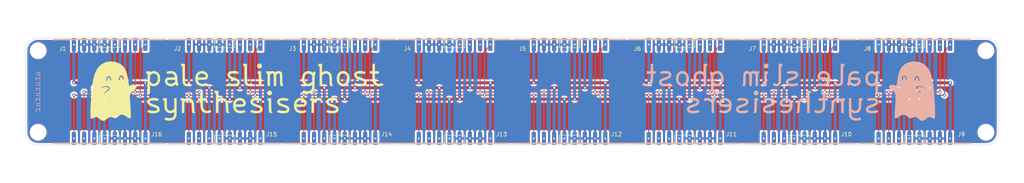
<source format=kicad_pcb>
(kicad_pcb (version 20211014) (generator pcbnew)
  (layers (0 "F.Cu" signal) (31 "B.Cu" signal) (34 "B.Paste" user) (35 "F.Paste" user) (36 "B.SilkS" user "B.Silkscreen") (37 "F.SilkS" user "F.Silkscreen") (38 "B.Mask" user) (39 "F.Mask" user) (44 "Edge.Cuts" user))
  (net 0 "")
  (net 1 "Gate")
  (net 2 "CV")
  (net 3 "+5V")
  (net 4 "+12V")
  (net 5 "GND")
  (net 6 "-12V")
  (footprint "Pale Slim Ghost:PinHeader_2x08_P2.54mm_Edge" (layer "F.Cu") (at 100.33 68.961 90)
    (fp_text reference "J3")
    (fp_text value "Conn_02x08_Odd_Even")
  )
  (footprint "Pale Slim Ghost:PinHeader_2x08_P2.54mm_Edge" (layer "F.Cu") (at 71.755 68.961 90)
    (fp_text reference "J2")
    (fp_text value "Conn_02x08_Odd_Even")
  )
  (footprint "Pale Slim Ghost:PinHeader_2x08_P2.54mm_Edge" (layer "F.Cu") (at 128.905 97.409 -90)
    (fp_text reference "J13")
    (fp_text value "Conn_02x08_Odd_Even")
  )
  (footprint "Pale Slim Ghost:PinHeader_2x08_P2.54mm_Edge" (layer "F.Cu") (at 214.63 68.961 90)
    (fp_text reference "J7")
    (fp_text value "Conn_02x08_Odd_Even")
  )
  (footprint "MountingHole:MountingHole_3.2mm_M3" (layer "F.Cu") (at 25.4 93.345)
    (fp_text reference "REF**" hide)
    (fp_text value "MountingHole_3.2mm_M3")
  )
  (footprint "Pale Slim Ghost:PinHeader_2x08_P2.54mm_Edge" (layer "F.Cu") (at 157.48 97.409 -90)
    (fp_text reference "J12")
    (fp_text value "Conn_02x08_Odd_Even")
  )
  (footprint "MountingHole:MountingHole_3.2mm_M3" (layer "F.Cu") (at 260.985 73.025)
    (fp_text reference "REF**" hide)
    (fp_text value "MountingHole_3.2mm_M3")
  )
  (footprint "Pale Slim Ghost:PinHeader_2x08_P2.54mm_Edge" (layer "F.Cu") (at 186.055 97.409 -90)
    (fp_text reference "J11")
    (fp_text value "Conn_02x08_Odd_Even")
  )
  (footprint "Pale Slim Ghost:PinHeader_2x08_P2.54mm_Edge" (layer "F.Cu") (at 157.48 68.961 90)
    (fp_text reference "J5")
    (fp_text value "Conn_02x08_Odd_Even")
  )
  (footprint "MountingHole:MountingHole_3.2mm_M3" (layer "F.Cu") (at 25.4 73.025)
    (fp_text reference "REF**" hide)
    (fp_text value "MountingHole_3.2mm_M3")
  )
  (footprint "Pale Slim Ghost:PinHeader_2x08_P2.54mm_Edge" (layer "F.Cu") (at 43.18 97.409 -90)
    (fp_text reference "J16")
    (fp_text value "Conn_02x08_Odd_Even")
  )
  (footprint "MountingHole:MountingHole_3.2mm_M3" (layer "F.Cu") (at 260.985 93.345)
    (fp_text reference "REF**" hide)
    (fp_text value "MountingHole_3.2mm_M3")
  )
  (footprint "Pale Slim Ghost:PinHeader_2x08_P2.54mm_Edge" (layer "F.Cu") (at 243.205 68.961 90)
    (fp_text reference "J8")
    (fp_text value "Conn_02x08_Odd_Even")
  )
  (footprint "Pale Slim Ghost:PinHeader_2x08_P2.54mm_Edge" (layer "F.Cu") (at 243.205 97.409 -90)
    (fp_text reference "J9")
    (fp_text value "Conn_02x08_Odd_Even")
  )
  (footprint "LOGO" (layer "F.Cu") (at 74.93 83.185)
    (fp_text reference "G***" hide)
    (fp_text value "LOGO" hide)
  )
  (footprint "Pale Slim Ghost:PinHeader_2x08_P2.54mm_Edge" (layer "F.Cu") (at 43.18 68.961 90)
    (fp_text reference "J1")
    (fp_text value "Conn_02x08_Odd_Even")
  )
  (footprint "Pale Slim Ghost:PinHeader_2x08_P2.54mm_Edge" (layer "F.Cu") (at 186.055 68.961 90)
    (fp_text reference "J6")
    (fp_text value "Conn_02x08_Odd_Even")
  )
  (footprint "Pale Slim Ghost:PinHeader_2x08_P2.54mm_Edge" (layer "F.Cu") (at 214.63 97.409 -90)
    (fp_text reference "J10")
    (fp_text value "Conn_02x08_Odd_Even")
  )
  (footprint "Pale Slim Ghost:PinHeader_2x08_P2.54mm_Edge" (layer "F.Cu") (at 71.755 97.409 -90)
    (fp_text reference "J15")
    (fp_text value "Conn_02x08_Odd_Even")
  )
  (footprint "Pale Slim Ghost:PinHeader_2x08_P2.54mm_Edge" (layer "F.Cu") (at 128.905 68.961 90)
    (fp_text reference "J4")
    (fp_text value "Conn_02x08_Odd_Even")
  )
  (footprint "Pale Slim Ghost:PinHeader_2x08_P2.54mm_Edge" (layer "F.Cu") (at 100.33 97.409 -90)
    (fp_text reference "J14")
    (fp_text value "Conn_02x08_Odd_Even")
  )
  (footprint "LOGO" (layer "B.Cu") (at 211.836 83.185 180)
    (fp_text reference "G***" hide)
    (fp_text value "LOGO" hide)
  )
  (gr_line (start 260.985 96.52) (end 25.4 96.52) (layer "Edge.Cuts") (width 0.1))
  (gr_arc (start 260.985 69.85) (mid 263.230064 70.779936) (end 264.16 73.025) (layer "Edge.Cuts") (width 0.1))
  (gr_line (start 22.225 93.345) (end 22.225 73.025) (layer "Edge.Cuts") (width 0.1))
  (gr_arc (start 25.4 96.52) (mid 23.154936 95.590064) (end 22.225 93.345) (layer "Edge.Cuts") (width 0.1))
  (gr_line (start 25.4 69.85) (end 260.985 69.85) (layer "Edge.Cuts") (width 0.1))
  (gr_arc (start 22.225 73.025) (mid 23.154936 70.779936) (end 25.4 69.85) (layer "Edge.Cuts") (width 0.1))
  (gr_arc (start 264.16 93.345) (mid 263.230064 95.590064) (end 260.985 96.52) (layer "Edge.Cuts") (width 0.1))
  (gr_line (start 264.16 73.025) (end 264.16 93.345) (layer "Edge.Cuts") (width 0.1))
  (gr_text "JLCJLCJLCJLC" (at 25.4 83.185 90) (layer "B.SilkS") (effects (font (size 1 1)) (justify mirror)))
  (segment (start 62.865 84.074) (end 50.84 84.074) (width 0.25) (layer "F.Cu") (net 1))
  (segment (start 107.823 84.074) (end 91.44 84.074) (width 0.25) (layer "F.Cu") (net 1))
  (segment (start 136.398 84.074) (end 120.015 84.074) (width 0.25) (layer "F.Cu") (net 1))
  (segment (start 120.015 84.074) (end 107.823 84.074) (width 0.25) (layer "F.Cu") (net 1))
  (segment (start 205.74 84.074) (end 193.548 84.074) (width 0.25) (layer "F.Cu") (net 1))
  (segment (start 177.165 84.074) (end 165.1 84.074) (width 0.25) (layer "F.Cu") (net 1))
  (segment (start 120.015 94.884) (end 120.015 94.869) (width 0.25) (layer "F.Cu") (net 1))
  (segment (start 79.375 84.074) (end 62.865 84.074) (width 0.25) (layer "F.Cu") (net 1))
  (segment (start 222.123 84.074) (end 205.74 84.074) (width 0.25) (layer "F.Cu") (net 1))
  (segment (start 148.59 84.074) (end 136.398 84.074) (width 0.25) (layer "F.Cu") (net 1))
  (segment (start 234.315 84.074) (end 222.123 84.074) (width 0.25) (layer "F.Cu") (net 1))
  (segment (start 193.548 84.074) (end 177.165 84.074) (width 0.25) (layer "F.Cu") (net 1))
  (segment (start 34.29 84.074) (end 50.76 84.074) (width 0.25) (layer "F.Cu") (net 1))
  (segment (start 91.44 84.074) (end 79.375 84.074) (width 0.25) (layer "F.Cu") (net 1))
  (segment (start 250.698 84.074) (end 234.315 84.074) (width 0.25) (layer "F.Cu") (net 1))
  (segment (start 165.1 84.074) (end 148.59 84.074) (width 0.25) (layer "F.Cu") (net 1))
  (segment (start 62.865 94.884) (end 62.865 94.869) (width 0.25) (layer "F.Cu") (net 1))
  (via (at 166.37 71.486) (size 0.8) (drill 0.4) (layers "F.Cu" "B.Cu") (net 1))
  (via (at 250.698 84.074) (size 0.8) (drill 0.4) (layers "F.Cu" "B.Cu") (net 1))
  (via (at 177.165 94.884) (size 0.8) (drill 0.4) (layers "F.Cu" "B.Cu") (net 1))
  (via (at 34.29 84.074) (size 0.8) (drill 0.4) (layers "F.Cu" "B.Cu") (net 1))
  (via (at 148.59 94.884) (size 0.8) (drill 0.4) (layers "F.Cu" "B.Cu") (net 1))
  (via (at 34.29 94.869) (size 0.8) (drill 0.4) (layers "F.Cu" "B.Cu") (net 1))
  (via (at 205.74 94.884) (size 0.8) (drill 0.4) (layers "F.Cu" "B.Cu") (net 1))
  (via (at 107.823 84.074) (size 0.8) (drill 0.4) (layers "F.Cu" "B.Cu") (net 1))
  (via (at 205.74 84.074) (size 0.8) (drill 0.4) (layers "F.Cu" "B.Cu") (net 1))
  (via (at 109.22 71.486) (size 0.8) (drill 0.4) (layers "F.Cu" "B.Cu") (net 1))
  (via (at 252.095 71.486) (size 0.8) (drill 0.4) (layers "F.Cu" "B.Cu") (net 1))
  (via (at 234.315 84.074) (size 0.8) (drill 0.4) (layers "F.Cu" "B.Cu") (net 1))
  (via (at 137.795 71.486) (size 0.8) (drill 0.4) (layers "F.Cu" "B.Cu") (net 1))
  (via (at 120.015 94.869) (size 0.8) (drill 0.4) (layers "F.Cu" "B.Cu") (net 1))
  (via (at 177.165 84.074) (size 0.8) (drill 0.4) (layers "F.Cu" "B.Cu") (net 1))
  (via (at 120.015 84.074) (size 0.8) (drill 0.4) (layers "F.Cu" "B.Cu") (net 1))
  (via (at 62.865 94.869) (size 0.8) (drill 0.4) (layers "F.Cu" "B.Cu") (net 1))
  (via (at 91.44 84.074) (size 0.8) (drill 0.4) (layers "F.Cu" "B.Cu") (net 1))
  (via (at 79.375 84.074) (size 0.8) (drill 0.4) (layers "F.Cu" "B.Cu") (net 1))
  (via (at 50.8 84.114) (size 0.8) (drill 0.4) (layers "F.Cu" "B.Cu") (net 1))
  (via (at 136.398 84.074) (size 0.8) (drill 0.4) (layers "F.Cu" "B.Cu") (net 1))
  (via (at 62.865 84.074) (size 0.8) (drill 0.4) (layers "F.Cu" "B.Cu") (net 1))
  (via (at 234.315 94.884) (size 0.8) (drill 0.4) (layers "F.Cu" "B.Cu") (net 1))
  (via (at 223.52 71.486) (size 0.8) (drill 0.4) (layers "F.Cu" "B.Cu") (net 1))
  (via (at 52.07 71.501) (size 0.8) (drill 0.4) (layers "F.Cu" "B.Cu") (net 1))
  (via (at 193.548 84.074) (size 0.8) (drill 0.4) (layers "F.Cu" "B.Cu") (net 1))
  (via (at 148.59 84.074) (size 0.8) (drill 0.4) (layers "F.Cu" "B.Cu") (net 1))
  (via (at 165.1 84.074) (size 0.8) (drill 0.4) (layers "F.Cu" "B.Cu") (net 1))
  (via (at 91.44 94.869) (size 0.8) (drill 0.4) (layers "F.Cu" "B.Cu") (net 1))
  (via (at 222.123 84.074) (size 0.8) (drill 0.4) (layers "F.Cu" "B.Cu") (net 1))
  (via (at 194.945 71.486) (size 0.8) (drill 0.4) (layers "F.Cu" "B.Cu") (net 1))
  (via (at 80.645 71.486) (size 0.8) (drill 0.4) (layers "F.Cu" "B.Cu") (net 1))
  (segment (start 148.59 94.869) (end 148.59 94.884) (width 0.25) (layer "B.Cu") (net 1))
  (segment (start 50.8 74.567051) (end 50.8 84.114) (width 0.25) (layer "B.Cu") (net 1))
  (segment (start 222.123 74.873656) (end 222.123 84.074) (width 0.25) (layer "B.Cu") (net 1))
  (segment (start 166.37 71.501) (end 166.37 71.486) (width 0.25) (layer "B.Cu") (net 1))
  (segment (start 165.1 74.567051) (end 165.1 84.074) (width 0.25) (layer "B.Cu") (net 1))
  (segment (start 193.548 74.858656) (end 193.548 84.074) (width 0.25) (layer "B.Cu") (net 1))
  (segment (start 177.165 94.869) (end 177.165 94.884) (width 0.25) (layer "B.Cu") (net 1))
  (segment (start 252.095 71.501) (end 252.095 71.486) (width 0.25) (layer "B.Cu") (net 1))
  (segment (start 120.015 94.869) (end 120.015 84.074) (width 0.25) (layer "B.Cu") (net 1))
  (segment (start 205.74 94.884) (end 205.74 84.074) (width 0.25) (layer "B.Cu") (net 1))
  (segment (start 223.52 71.501) (end 223.52 71.486) (width 0.25) (layer "B.Cu") (net 1))
  (segment (start 148.59 94.869) (end 148.59 84.074) (width 0.25) (layer "B.Cu") (net 1))
  (segment (start 234.315 94.869) (end 234.315 94.884) (width 0.25) (layer "B.Cu") (net 1))
  (segment (start 137.795 71.501) (end 137.795 71.486) (width 0.25) (layer "B.Cu") (net 1))
  (segment (start 91.44 94.869) (end 91.44 84.074) (width 0.25) (layer "B.Cu") (net 1))
  (segment (start 205.74 94.869) (end 205.74 94.884) (width 0.25) (layer "B.Cu") (net 1))
  (segment (start 194.945 71.501) (end 194.945 71.486) (width 0.25) (layer "B.Cu") (net 1))
  (segment (start 107.823 74.873656) (end 107.823 84.074) (width 0.25) (layer "B.Cu") (net 1))
  (segment (start 136.398 74.873656) (end 136.398 84.074) (width 0.25) (layer "B.Cu") (net 1))
  (segment (start 62.865 94.869) (end 62.865 84.074) (width 0.25) (layer "B.Cu") (net 1))
  (segment (start 234.315 94.869) (end 234.315 84.074) (width 0.25) (layer "B.Cu") (net 1))
  (segment (start 177.165 94.869) (end 177.165 84.074) (width 0.25) (layer "B.Cu") (net 1))
  (segment (start 34.29 83.82) (end 34.29 94.869) (width 0.25) (layer "B.Cu") (net 1))
  (segment (start 79.375 74.567051) (end 79.375 84.074) (width 0.25) (layer "B.Cu") (net 1))
  (segment (start 109.22 71.501) (end 109.22 71.486) (width 0.25) (layer "B.Cu") (net 1))
  (segment (start 250.698 74.858656) (end 250.698 84.074) (width 0.25) (layer "B.Cu") (net 1))
  (segment (start 80.645 71.501) (end 80.645 71.486) (width 0.25) (layer "B.Cu") (net 1))
  (arc (start 137.795 71.501) (mid 136.761069 73.048387) (end 136.398 74.873656) (width 0.25) (layer "B.Cu") (net 1))
  (arc (start 252.095 71.486) (mid 251.061069 73.033387) (end 250.698 74.858656) (width 0.25) (layer "B.Cu") (net 1))
  (arc (start 223.52 71.501) (mid 222.486069 73.048387) (end 222.123 74.873656) (width 0.25) (layer "B.Cu") (net 1))
  (arc (start 194.945 71.486) (mid 193.911069 73.033387) (end 193.548 74.858656) (width 0.25) (layer "B.Cu") (net 1))
  (arc (start 52.07 71.501) (mid 51.130062 72.907715) (end 50.8 74.567051) (width 0.25) (layer "B.Cu") (net 1))
  (arc (start 80.645 71.501) (mid 79.705062 72.907715) (end 79.375 74.567051) (width 0.25) (layer "B.Cu") (net 1))
  (arc (start 109.22 71.501) (mid 108.186069 73.048387) (end 107.823 74.873656) (width 0.25) (layer "B.Cu") (net 1))
  (arc (start 166.37 71.501) (mid 165.430062 72.907715) (end 165.1 74.567051) (width 0.25) (layer "B.Cu") (net 1))
  (segment (start 135.255 83.312) (end 122.555 83.312) (width 0.25) (layer "F.Cu") (net 2))
  (segment (start 93.98 83.312) (end 78.105 83.312) (width 0.25) (layer "F.Cu") (net 2))
  (segment (start 192.405 83.312) (end 179.705 83.312) (width 0.25) (layer "F.Cu") (net 2))
  (segment (start 249.555 83.312) (end 236.855 83.312) (width 0.25) (layer "F.Cu") (net 2))
  (segment (start 122.555 83.312) (end 106.68 83.312) (width 0.25) (layer "F.Cu") (net 2))
  (segment (start 220.98 83.312) (end 208.28 83.312) (width 0.25) (layer "F.Cu") (net 2))
  (segment (start 163.83 83.312) (end 151.13 83.312) (width 0.25) (layer "F.Cu") (net 2))
  (segment (start 78.105 83.312) (end 65.405 83.312) (width 0.25) (layer "F.Cu") (net 2))
  (segment (start 179.705 83.312) (end 163.83 83.312) (width 0.25) (layer "F.Cu") (net 2))
  (segment (start 208.28 83.312) (end 192.405 83.312) (width 0.25) (layer "F.Cu") (net 2))
  (segment (start 49.53 83.312) (end 36.83 83.312) (width 0.25) (layer "F.Cu") (net 2))
  (segment (start 65.405 83.312) (end 49.53 83.312) (width 0.25) (layer "F.Cu") (net 2))
  (segment (start 151.13 83.312) (end 135.255 83.312) (width 0.25) (layer "F.Cu") (net 2))
  (segment (start 106.68 83.312) (end 93.98 83.312) (width 0.25) (layer "F.Cu") (net 2))
  (segment (start 236.855 83.312) (end 220.98 83.312) (width 0.25) (layer "F.Cu") (net 2))
  (via (at 65.405 83.312) (size 0.8) (drill 0.4) (layers "F.Cu" "B.Cu") (net 2))
  (via (at 49.53 71.486) (size 0.8) (drill 0.4) (layers "F.Cu" "B.Cu") (net 2))
  (via (at 208.28 83.312) (size 0.8) (drill 0.4) (layers "F.Cu" "B.Cu") (net 2))
  (via (at 36.83 94.869) (size 0.8) (drill 0.4) (layers "F.Cu" "B.Cu") (net 2))
  (via (at 163.83 71.486) (size 0.8) (drill 0.4) (layers "F.Cu" "B.Cu") (net 2))
  (via (at 151.13 83.312) (size 0.8) (drill 0.4) (layers "F.Cu" "B.Cu") (net 2))
  (via (at 163.83 83.312) (size 0.8) (drill 0.4) (layers "F.Cu" "B.Cu") (net 2))
  (via (at 151.13 94.884) (size 0.8) (drill 0.4) (layers "F.Cu" "B.Cu") (net 2))
  (via (at 106.68 83.312) (size 0.8) (drill 0.4) (layers "F.Cu" "B.Cu") (net 2))
  (via (at 249.555 71.486) (size 0.8) (drill 0.4) (layers "F.Cu" "B.Cu") (net 2))
  (via (at 106.68 71.486) (size 0.8) (drill 0.4) (layers "F.Cu" "B.Cu") (net 2))
  (via (at 220.98 71.486) (size 0.8) (drill 0.4) (layers "F.Cu" "B.Cu") (net 2))
  (via (at 135.255 83.312) (size 0.8) (drill 0.4) (layers "F.Cu" "B.Cu") (net 2))
  (via (at 122.555 94.884) (size 0.8) (drill 0.4) (layers "F.Cu" "B.Cu") (net 2))
  (via (at 135.255 71.486) (size 0.8) (drill 0.4) (layers "F.Cu" "B.Cu") (net 2))
  (via (at 249.555 83.312) (size 0.8) (drill 0.4) (layers "F.Cu" "B.Cu") (net 2))
  (via (at 93.98 94.869) (size 0.8) (drill 0.4) (layers "F.Cu" "B.Cu") (net 2))
  (via (at 78.105 83.312) (size 0.8) (drill 0.4) (layers "F.Cu" "B.Cu") (net 2))
  (via (at 236.855 83.312) (size 0.8) (drill 0.4) (layers "F.Cu" "B.Cu") (net 2))
  (via (at 220.98 83.312) (size 0.8) (drill 0.4) (layers "F.Cu" "B.Cu") (net 2))
  (via (at 93.98 83.312) (size 0.8) (drill 0.4) (layers "F.Cu" "B.Cu") (net 2))
  (via (at 36.83 83.312) (size 0.8) (drill 0.4) (layers "F.Cu" "B.Cu") (net 2))
  (via (at 49.53 83.312) (size 0.8) (drill 0.4) (layers "F.Cu" "B.Cu") (net 2))
  (via (at 179.705 83.312) (size 0.8) (drill 0.4) (layers "F.Cu" "B.Cu") (net 2))
  (via (at 208.28 94.884) (size 0.8) (drill 0.4) (layers "F.Cu" "B.Cu") (net 2))
  (via (at 192.405 71.486) (size 0.8) (drill 0.4) (layers "F.Cu" "B.Cu") (net 2))
  (via (at 65.405 94.869) (size 0.8) (drill 0.4) (layers "F.Cu" "B.Cu") (net 2))
  (via (at 192.405 83.312) (size 0.8) (drill 0.4) (layers "F.Cu" "B.Cu") (net 2))
  (via (at 179.705 94.884) (size 0.8) (drill 0.4) (layers "F.Cu" "B.Cu") (net 2))
  (via (at 78.105 71.486) (size 0.8) (drill 0.4) (layers "F.Cu" "B.Cu") (net 2))
  (via (at 236.855 94.884) (size 0.8) (drill 0.4) (layers "F.Cu" "B.Cu") (net 2))
  (via (at 122.555 83.312) (size 0.8) (drill 0.4) (layers "F.Cu" "B.Cu") (net 2))
  (segment (start 151.13 94.869) (end 151.13 94.884) (width 0.25) (layer "B.Cu") (net 2))
  (segment (start 135.255 71.501) (end 135.255 71.486) (width 0.25) (layer "B.Cu") (net 2))
  (segment (start 151.13 94.869) (end 151.13 83.312) (width 0.25) (layer "B.Cu") (net 2))
  (segment (start 236.855 94.869) (end 236.855 94.884) (width 0.25) (layer "B.Cu") (net 2))
  (segment (start 236.855 94.869) (end 236.855 83.312) (width 0.25) (layer "B.Cu") (net 2))
  (segment (start 179.705 94.869) (end 179.705 83.312) (width 0.25) (layer "B.Cu") (net 2))
  (segment (start 208.28 94.869) (end 208.28 83.312) (width 0.25) (layer "B.Cu") (net 2))
  (segment (start 65.405 94.869) (end 65.405 83.312) (width 0.25) (layer "B.Cu") (net 2))
  (segment (start 192.405 71.501) (end 192.405 71.486) (width 0.25) (layer "B.Cu") (net 2))
  (segment (start 106.68 71.501) (end 106.68 83.312) (width 0.25) (layer "B.Cu") (net 2))
  (segment (start 49.53 71.501) (end 49.53 71.486) (width 0.25) (layer "B.Cu") (net 2))
  (segment (start 163.83 71.501) (end 163.83 83.312) (width 0.25) (layer "B.Cu") (net 2))
  (segment (start 122.555 94.869) (end 122.555 94.884) (width 0.25) (layer "B.Cu") (net 2))
  (segment (start 179.705 94.869) (end 179.705 94.884) (width 0.25) (layer "B.Cu") (net 2))
  (segment (start 106.68 71.501) (end 106.68 71.486) (width 0.25) (layer "B.Cu") (net 2))
  (segment (start 93.98 94.869) (end 93.98 83.312) (width 0.25) (layer "B.Cu") (net 2))
  (segment (start 78.105 71.501) (end 78.105 83.312) (width 0.25) (layer "B.Cu") (net 2))
  (segment (start 192.405 71.486) (end 192.405 83.312) (width 0.25) (layer "B.Cu") (net 2))
  (segment (start 220.98 71.501) (end 220.98 71.486) (width 0.25) (layer "B.Cu") (net 2))
  (segment (start 249.555 71.501) (end 249.555 71.486) (width 0.25) (layer "B.Cu") (net 2))
  (segment (start 163.83 71.501) (end 163.83 71.486) (width 0.25) (layer "B.Cu") (net 2))
  (segment (start 122.555 94.869) (end 122.555 83.312) (width 0.25) (layer "B.Cu") (net 2))
  (segment (start 78.105 71.501) (end 78.105 71.486) (width 0.25) (layer "B.Cu") (net 2))
  (segment (start 36.83 94.869) (end 36.83 83.185) (width 0.25) (layer "B.Cu") (net 2))
  (segment (start 208.28 94.869) (end 208.28 94.884) (width 0.25) (layer "B.Cu") (net 2))
  (segment (start 135.255 71.501) (end 135.255 83.312) (width 0.25) (layer "B.Cu") (net 2))
  (segment (start 249.555 71.501) (end 249.555 83.312) (width 0.25) (layer "B.Cu") (net 2))
  (segment (start 220.98 71.486) (end 220.98 83.312) (width 0.25) (layer "B.Cu") (net 2))
  (segment (start 49.53 71.501) (end 49.53 83.185) (width 0.25) (layer "B.Cu") (net 2))
  (segment (start 189.885 82.276) (end 182.245 82.276) (width 0.75) (layer "F.Cu") (net 3))
  (segment (start 46.99 82.276) (end 39.37 82.276) (width 0.75) (layer "F.Cu") (net 3))
  (segment (start 161.31 82.276) (end 153.69 82.276) (width 0.75) (layer "F.Cu") (net 3))
  (segment (start 239.415 82.276) (end 218.46 82.276) (width 0.75) (layer "F.Cu") (net 3))
  (segment (start 104.12 82.276) (end 96.54 82.276) (width 0.75) (layer "F.Cu") (net 3))
  (segment (start 153.69 82.276) (end 132.735 82.276) (width 0.75) (layer "F.Cu") (net 3))
  (segment (start 75.545 82.276) (end 67.965 82.276) (width 0.75) (layer "F.Cu") (net 3))
  (segment (start 96.54 82.276) (end 75.545 82.276) (width 0.75) (layer "F.Cu") (net 3))
  (segment (start 67.965 82.276) (end 46.99 82.276) (width 0.75) (layer "F.Cu") (net 3))
  (segment (start 125.115 82.276) (end 104.12 82.276) (width 0.75) (layer "F.Cu") (net 3))
  (segment (start 182.245 82.276) (end 161.31 82.276) (width 0.75) (layer "F.Cu") (net 3))
  (segment (start 210.84 82.276) (end 189.885 82.276) (width 0.75) (layer "F.Cu") (net 3))
  (segment (start 218.46 82.276) (end 210.84 82.276) (width 0.75) (layer "F.Cu") (net 3))
  (segment (start 132.735 82.276) (end 125.115 82.276) (width 0.75) (layer "F.Cu") (net 3))
  (segment (start 246.995 82.276) (end 239.415 82.276) (width 0.75) (layer "F.Cu") (net 3))
  (via (at 153.69 82.276) (size 0.8) (drill 0.4) (layers "F.Cu" "B.Cu") (net 3))
  (via (at 67.945 94.869) (size 0.8) (drill 0.4) (layers "F.Cu" "B.Cu") (net 3))
  (via (at 189.885 82.276) (size 0.8) (drill 0.4) (layers "F.Cu" "B.Cu") (net 3))
  (via (at 247.015 71.486) (size 0.8) (drill 0.4) (layers "F.Cu" "B.Cu") (net 3))
  (via (at 75.565 71.486) (size 0.8) (drill 0.4) (layers "F.Cu" "B.Cu") (net 3))
  (via (at 189.865 71.486) (size 0.8) (drill 0.4) (layers "F.Cu" "B.Cu") (net 3))
  (via (at 46.99 71.501) (size 0.8) (drill 0.4) (layers "F.Cu" "B.Cu") (net 3))
  (via (at 96.54 82.276) (size 0.8) (drill 0.4) (layers "F.Cu" "B.Cu") (net 3))
  (via (at 161.31 82.276) (size 0.8) (drill 0.4) (layers "F.Cu" "B.Cu") (net 3))
  (via (at 75.545 82.276) (size 0.8) (drill 0.4) (layers "F.Cu" "B.Cu") (net 3))
  (via (at 246.995 82.276) (size 0.8) (drill 0.4) (layers "F.Cu" "B.Cu") (net 3))
  (via (at 153.67 94.884) (size 0.8) (drill 0.4) (layers "F.Cu" "B.Cu") (net 3))
  (via (at 125.095 94.884) (size 0.8) (drill 0.4) (layers "F.Cu" "B.Cu") (net 3))
  (via (at 161.29 71.486) (size 0.8) (drill 0.4) (layers "F.Cu" "B.Cu") (net 3))
  (via (at 39.37 82.276) (size 0.8) (drill 0.4) (layers "F.Cu" "B.Cu") (net 3))
  (via (at 182.245 94.884) (size 0.8) (drill 0.4) (layers "F.Cu" "B.Cu") (net 3))
  (via (at 104.14 71.501) (size 0.8) (drill 0.4) (layers "F.Cu" "B.Cu") (net 3))
  (via (at 67.965 82.276) (size 0.8) (drill 0.4) (layers "F.Cu" "B.Cu") (net 3))
  (via (at 125.115 82.276) (size 0.8) (drill 0.4) (layers "F.Cu" "B.Cu") (net 3))
  (via (at 104.12 82.276) (size 0.8) (drill 0.4) (layers "F.Cu" "B.Cu") (net 3))
  (via (at 46.99 82.276) (size 0.8) (drill 0.4) (layers "F.Cu" "B.Cu") (net 3))
  (via (at 239.415 82.276) (size 0.8) (drill 0.4) (layers "F.Cu" "B.Cu") (net 3))
  (via (at 218.46 82.276) (size 0.8) (drill 0.4) (layers "F.Cu" "B.Cu") (net 3))
  (via (at 182.245 82.276) (size 0.8) (drill 0.4) (layers "F.Cu" "B.Cu") (net 3))
  (via (at 132.715 71.486) (size 0.8) (drill 0.4) (layers "F.Cu" "B.Cu") (net 3))
  (via (at 218.44 71.486) (size 0.8) (drill 0.4) (layers "F.Cu" "B.Cu") (net 3))
  (via (at 39.37 94.869) (size 0.8) (drill 0.4) (layers "F.Cu" "B.Cu") (net 3))
  (via (at 210.84 82.276) (size 0.8) (drill 0.4) (layers "F.Cu" "B.Cu") (net 3))
  (via (at 132.735 82.276) (size 0.8) (drill 0.4) (layers "F.Cu" "B.Cu") (net 3))
  (via (at 239.395 94.884) (size 0.8) (drill 0.4) (layers "F.Cu" "B.Cu") (net 3))
  (via (at 210.82 94.884) (size 0.8) (drill 0.4) (layers "F.Cu" "B.Cu") (net 3))
  (via (at 96.52 94.869) (size 0.8) (drill 0.4) (layers "F.Cu" "B.Cu") (net 3))
  (segment (start 153.67 94.869) (end 153.67 82.324284) (width 0.75) (layer "B.Cu") (net 3))
  (segment (start 182.245 82.324284) (end 182.245 94.869) (width 0.75) (layer "B.Cu") (net 3))
  (segment (start 153.67 94.869) (end 153.67 94.884) (width 0.75) (layer "B.Cu") (net 3))
  (segment (start 104.14 71.501) (end 104.14 82.227716) (width 0.75) (layer "B.Cu") (net 3))
  (segment (start 75.565 71.501) (end 75.565 71.486) (width 0.75) (layer "B.Cu") (net 3))
  (segment (start 182.245 94.869) (end 182.245 94.884) (width 0.75) (layer "B.Cu") (net 3))
  (segment (start 132.715 71.501) (end 132.715 71.486) (width 0.75) (layer "B.Cu") (net 3))
  (segment (start 239.395 94.869) (end 239.395 94.884) (width 0.75) (layer "B.Cu") (net 3))
  (segment (start 239.395 94.884) (end 239.395 82.324284) (width 0.75) (layer "B.Cu") (net 3))
  (segment (start 39.37 82.276) (end 39.37 94.869) (width 0.75) (layer "B.Cu") (net 3))
  (segment (start 182.245 82.294083) (end 182.241728 82.297355) (width 0.75) (layer "B.Cu") (net 3))
  (segment (start 189.865 71.501) (end 189.865 71.486) (width 0.75) (layer "B.Cu") (net 3))
  (segment (start 161.29 71.486) (end 161.29 82.227716) (width 0.75) (layer "B.Cu") (net 3))
  (segment (start 189.865 71.486) (end 189.865 82.227716) (width 0.75) (layer "B.Cu") (net 3))
  (segment (start 125.095 94.869) (end 125.095 82.324284) (width 0.75) (layer "B.Cu") (net 3))
  (segment (start 218.44 71.501) (end 218.44 71.486) (width 0.75) (layer "B.Cu") (net 3))
  (segment (start 161.29 71.501) (end 161.29 71.486) (width 0.75) (layer "B.Cu") (net 3))
  (segment (start 247.015 71.501) (end 247.015 71.486) (width 0.75) (layer "B.Cu") (net 3))
  (segment (start 67.945 94.869) (end 67.945 82.324284) (width 0.75) (layer "B.Cu") (net 3))
  (segment (start 132.715 71.486) (end 132.715 82.227716) (width 0.75) (layer "B.Cu") (net 3))
  (segment (start 46.99 82.276) (end 46.99 71.501) (width 0.75) (layer "B.Cu") (net 3))
  (segment (start 210.82 94.869) (end 210.82 82.324284) (width 0.75) (layer "B.Cu") (net 3))
  (segment (start 96.52 94.869) (end 96.52 82.324284) (width 0.75) (layer "B.Cu") (net 3))
  (segment (start 75.565 71.501) (end 75.565 82.256) (width 0.75) (layer "B.Cu") (net 3))
  (segment (start 210.82 94.869) (end 210.82 94.884) (width 0.75) (layer "B.Cu") (net 3))
  (segment (start 75.565 82.256) (end 75.545 82.276) (width 0.75) (layer "B.Cu") (net 3))
  (segment (start 182.245 82.276) (end 182.245 82.294083) (width 0.75) (layer "B.Cu") (net 3))
  (segment (start 247.015 71.486) (end 247.015 82.227716) (width 0.75) (layer "B.Cu") (net 3))
  (segment (start 125.095 94.869) (end 125.095 94.884) (width 0.75) (layer "B.Cu") (net 3))
  (segment (start 218.44 71.501) (end 218.44 82.227716) (width 0.75) (layer "B.Cu") (net 3))
  (arc (start 189.865 82.227716) (mid 189.870197 82.253847) (end 189.885 82.276) (width 0.75) (layer "B.Cu") (net 3))
  (arc (start 218.44 82.227716) (mid 218.445197 82.253847) (end 218.46 82.276) (width 0.75) (layer "B.Cu") (net 3))
  (arc (start 247.015 82.227716) (mid 247.009802 82.253847) (end 246.995 82.276) (width 0.75) (layer "B.Cu") (net 3))
  (arc (start 153.67 82.324284) (mid 153.675198 82.298153) (end 153.69 82.276) (width 0.75) (layer "B.Cu") (net 3))
  (arc (start 104.14 82.227716) (mid 104.134802 82.253847) (end 104.12 82.276) (width 0.75) (layer "B.Cu") (net 3))
  (arc (start 125.095 82.324284) (mid 125.100198 82.298153) (end 125.115 82.276) (width 0.75) (layer "B.Cu") (net 3))
  (arc (start 161.29 82.227716) (mid 161.295197 82.253847) (end 161.31 82.276) (width 0.75) (layer "B.Cu") (net 3))
  (arc (start 210.82 82.324284) (mid 210.825198 82.298153) (end 210.84 82.276) (width 0.75) (layer "B.Cu") (net 3))
  (arc (start 67.945 82.324284) (mid 67.950198 82.298153) (end 67.965 82.276) (width 0.75) (layer "B.Cu") (net 3))
  (arc (start 239.395 82.324284) (mid 239.400198 82.298153) (end 239.415 82.276) (width 0.75) (layer "B.Cu") (net 3))
  (arc (start 132.715 82.227716) (mid 132.720197 82.253847) (end 132.735 82.276) (width 0.75) (layer "B.Cu") (net 3))
  (arc (start 96.52 82.324284) (mid 96.525198 82.298153) (end 96.54 82.276) (width 0.75) (layer "B.Cu") (net 3))
  (arc (start 182.241728 82.297355) (mid 182.243689 82.310962) (end 182.245 82.324284) (width 0.75) (layer "B.Cu") (net 3))
  (segment (start 156.21 85.09) (end 158.75 85.09) (width 0.75) (layer "F.Cu") (net 4))
  (segment (start 187.325 85.09) (end 213.36 85.09) (width 0.75) (layer "F.Cu") (net 4))
  (segment (start 213.36 85.09) (end 215.9 85.09) (width 0.75) (layer "F.Cu") (net 4))
  (segment (start 130.175 85.09) (end 156.21 85.09) (width 0.75) (layer "F.Cu") (net 4))
  (segment (start 127.635 85.09) (end 130.175 85.09) (width 0.75) (layer "F.Cu") (net 4))
  (segment (start 75.311 85.09) (end 99.06 85.09) (width 0.75) (layer "F.Cu") (net 4))
  (segment (start 44.45 85.09) (end 70.485 85.09) (width 0.75) (layer "F.Cu") (net 4))
  (segment (start 215.9 85.09) (end 241.935 85.09) (width 0.75) (layer "F.Cu") (net 4))
  (segment (start 70.485 85.09) (end 75.311 85.09) (width 0.75) (layer "F.Cu") (net 4))
  (segment (start 158.75 85.09) (end 184.785 85.09) (width 0.75) (layer "F.Cu") (net 4))
  (segment (start 241.935 85.09) (end 244.475 85.09) (width 0.75) (layer "F.Cu") (net 4))
  (segment (start 41.91 85.09) (end 44.45 85.09) (width 0.75) (layer "F.Cu") (net 4))
  (segment (start 99.06 85.09) (end 101.6 85.09) (width 0.75) (layer "F.Cu") (net 4))
  (segment (start 101.6 85.09) (end 127.635 85.09) (width 0.75) (layer "F.Cu") (net 4))
  (segment (start 184.785 85.09) (end 187.325 85.09) (width 0.75) (layer "F.Cu") (net 4))
  (via (at 130.175 71.486) (size 0.8) (drill 0.4) (layers "F.Cu" "B.Cu") (net 4))
  (via (at 41.91 94.869) (size 0.8) (drill 0.4) (layers "F.Cu" "B.Cu") (net 4))
  (via (at 213.36 85.09) (size 0.8) (drill 0.4) (layers "F.Cu" "B.Cu") (net 4))
  (via (at 156.21 85.09) (size 0.8) (drill 0.4) (layers "F.Cu" "B.Cu") (net 4))
  (via (at 127.635 94.884) (size 0.8) (drill 0.4) (layers "F.Cu" "B.Cu") (net 4))
  (via (at 158.75 85.09) (size 0.8) (drill 0.4) (layers "F.Cu" "B.Cu") (net 4))
  (via (at 44.45 71.501) (size 0.8) (drill 0.4) (layers "F.Cu" "B.Cu") (net 4))
  (via (at 241.935 94.884) (size 0.8) (drill 0.4) (layers "F.Cu" "B.Cu") (net 4))
  (via (at 215.9 85.09) (size 0.8) (drill 0.4) (layers "F.Cu" "B.Cu") (net 4))
  (via (at 130.175 85.09) (size 0.8) (drill 0.4) (layers "F.Cu" "B.Cu") (net 4))
  (via (at 158.75 71.486) (size 0.8) (drill 0.4) (layers "F.Cu" "B.Cu") (net 4))
  (via (at 99.06 94.869) (size 0.8) (drill 0.4) (layers "F.Cu" "B.Cu") (net 4))
  (via (at 184.785 94.884) (size 0.8) (drill 0.4) (layers "F.Cu" "B.Cu") (net 4))
  (via (at 187.325 85.09) (size 0.8) (drill 0.4) (layers "F.Cu" "B.Cu") (net 4))
  (via (at 244.475 71.486) (size 0.8) (drill 0.4) (layers "F.Cu" "B.Cu") (net 4))
  (via (at 244.475 85.09) (size 0.8) (drill 0.4) (layers "F.Cu" "B.Cu") (net 4))
  (via (at 70.485 94.869) (size 0.8) (drill 0.4) (layers "F.Cu" "B.Cu") (net 4))
  (via (at 99.06 85.09) (size 0.8) (drill 0.4) (layers "F.Cu" "B.Cu") (net 4))
  (via (at 215.9 71.486) (size 0.8) (drill 0.4) (layers "F.Cu" "B.Cu") (net 4))
  (via (at 241.935 85.09) (size 0.8) (drill 0.4) (layers "F.Cu" "B.Cu") (net 4))
  (via (at 101.6 85.09) (size 0.8) (drill 0.4) (layers "F.Cu" "B.Cu") (net 4))
  (via (at 73.025 71.486) (size 0.8) (drill 0.4) (layers "F.Cu" "B.Cu") (net 4))
  (via (at 41.91 85.09) (size 0.8) (drill 0.4) (layers "F.Cu" "B.Cu") (net 4))
  (via (at 156.21 94.884) (size 0.8) (drill 0.4) (layers "F.Cu" "B.Cu") (net 4))
  (via (at 213.36 94.884) (size 0.8) (drill 0.4) (layers "F.Cu" "B.Cu") (net 4))
  (via (at 73.025 85.09) (size 0.8) (drill 0.4) (layers "F.Cu" "B.Cu") (net 4))
  (via (at 184.785 85.09) (size 0.8) (drill 0.4) (layers "F.Cu" "B.Cu") (net 4))
  (via (at 44.45 85.09) (size 0.8) (drill 0.4) (layers "F.Cu" "B.Cu") (net 4))
  (via (at 187.325 71.486) (size 0.8) (drill 0.4) (layers "F.Cu" "B.Cu") (net 4))
  (via (at 101.6 71.501) (size 0.8) (drill 0.4) (layers "F.Cu" "B.Cu") (net 4))
  (via (at 127.635 85.09) (size 0.8) (drill 0.4) (layers "F.Cu" "B.Cu") (net 4))
  (via (at 70.485 85.09) (size 0.8) (drill 0.4) (layers "F.Cu" "B.Cu") (net 4))
  (segment (start 73.025 71.501) (end 73.025 85.09) (width 0.75) (layer "B.Cu") (net 4))
  (segment (start 41.91 85.09) (end 41.91 94.869) (width 0.75) (layer "B.Cu") (net 4))
  (segment (start 215.9 71.501) (end 215.9 85.09) (width 0.75) (layer "B.Cu") (net 4))
  (segment (start 187.325 71.501) (end 187.325 85.09) (width 0.75) (layer "B.Cu") (net 4))
  (segment (start 241.935 94.869) (end 241.935 94.884) (width 0.75) (layer "B.Cu") (net 4))
  (segment (start 241.935 94.869) (end 241.935 85.09) (width 0.75) (layer "B.Cu") (net 4))
  (segment (start 215.9 71.501) (end 215.9 71.486) (width 0.75) (layer "B.Cu") (net 4))
  (segment (start 101.6 71.501) (end 101.6 85.09) (width 0.75) (layer "B.Cu") (net 4))
  (segment (start 130.175 71.501) (end 130.175 71.486) (width 0.75) (layer "B.Cu") (net 4))
  (segment (start 127.635 94.869) (end 127.635 85.09) (width 0.75) (layer "B.Cu") (net 4))
  (segment (start 70.485 94.869) (end 70.485 85.09) (width 0.75) (layer "B.Cu") (net 4))
  (segment (start 187.325 71.501) (end 187.325 71.486) (width 0.75) (layer "B.Cu") (net 4))
  (segment (start 158.75 71.501) (end 158.75 71.486) (width 0.75) (layer "B.Cu") (net 4))
  (segment (start 244.475 71.501) (end 244.475 85.09) (width 0.75) (layer "B.Cu") (net 4))
  (segment (start 99.06 94.869) (end 99.06 85.09) (width 0.75) (layer "B.Cu") (net 4))
  (segment (start 213.36 94.869) (end 213.36 85.09) (width 0.75) (layer "B.Cu") (net 4))
  (segment (start 184.785 94.869) (end 184.785 94.884) (width 0.75) (layer "B.Cu") (net 4))
  (segment (start 130.175 71.501) (end 130.175 85.09) (width 0.75) (layer "B.Cu") (net 4))
  (segment (start 213.36 94.869) (end 213.36 94.884) (width 0.75) (layer "B.Cu") (net 4))
  (segment (start 158.75 71.501) (end 158.75 85.09) (width 0.75) (layer "B.Cu") (net 4))
  (segment (start 127.635 94.869) (end 127.635 94.884) (width 0.75) (layer "B.Cu") (net 4))
  (segment (start 73.025 71.501) (end 73.025 71.486) (width 0.75) (layer "B.Cu") (net 4))
  (segment (start 44.45 84.836) (end 44.45 71.501) (width 0.75) (layer "B.Cu") (net 4))
  (segment (start 156.21 94.869) (end 156.21 94.884) (width 0.75) (layer "B.Cu") (net 4))
  (segment (start 156.21 94.869) (end 156.21 85.09) (width 0.75) (layer "B.Cu") (net 4))
  (segment (start 244.475 71.501) (end 244.475 71.486) (width 0.75) (layer "B.Cu") (net 4))
  (segment (start 184.785 94.869) (end 184.785 85.09) (width 0.75) (layer "B.Cu") (net 4))
  (segment (start 132.715 94.884) (end 132.715 94.869) (width 1) (layer "F.Cu") (net 5))
  (segment (start 130.175 94.884) (end 130.175 94.869) (width 1) (layer "F.Cu") (net 5))
  (segment (start 135.255 94.884) (end 135.255 94.869) (width 1) (layer "F.Cu") (net 5))
  (via (at 179.705 71.486) (size 0.8) (drill 0.4) (layers "F.Cu" "B.Cu") (net 5))
  (via (at 151.13 71.486) (size 0.8) (drill 0.4) (layers "F.Cu" "B.Cu") (net 5))
  (via (at 220.98 94.884) (size 0.8) (drill 0.4) (layers "F.Cu" "B.Cu") (net 5))
  (via (at 75.565 94.884) (size 0.8) (drill 0.4) (layers "F.Cu" "B.Cu") (net 5))
  (via (at 163.83 94.884) (size 0.8) (drill 0.4) (layers "F.Cu" "B.Cu") (net 5))
  (via (at 215.9 94.884) (size 0.8) (drill 0.4) (layers "F.Cu" "B.Cu") (net 5))
  (via (at 161.29 94.884) (size 0.8) (drill 0.4) (layers "F.Cu" "B.Cu") (net 5))
  (via (at 187.325 94.884) (size 0.8) (drill 0.4) (layers "F.Cu" "B.Cu") (net 5))
  (via (at 104.14 94.884) (size 0.8) (drill 0.4) (layers "F.Cu" "B.Cu") (net 5))
  (via (at 70.485 71.486) (size 0.8) (drill 0.4) (layers "F.Cu" "B.Cu") (net 5))
  (via (at 96.52 71.486) (size 0.8) (drill 0.4) (layers "F.Cu" "B.Cu") (net 5))
  (via (at 218.44 94.884) (size 0.8) (drill 0.4) (layers "F.Cu" "B.Cu") (net 5))
  (via (at 67.945 71.486) (size 0.8) (drill 0.4) (layers "F.Cu" "B.Cu") (net 5))
  (via (at 36.83 71.501) (size 0.8) (drill 0.4) (layers "F.Cu" "B.Cu") (net 5))
  (via (at 241.935 71.486) (size 0.8) (drill 0.4) (layers "F.Cu" "B.Cu") (net 5))
  (via (at 153.67 71.486) (size 0.8) (drill 0.4) (layers "F.Cu" "B.Cu") (net 5))
  (via (at 236.855 71.486) (size 0.8) (drill 0.4) (layers "F.Cu" "B.Cu") (net 5))
  (via (at 189.865 94.884) (size 0.8) (drill 0.4) (layers "F.Cu" "B.Cu") (net 5))
  (via (at 65.405 71.486) (size 0.8) (drill 0.4) (layers "F.Cu" "B.Cu") (net 5))
  (via (at 182.245 71.486) (size 0.8) (drill 0.4) (layers "F.Cu" "B.Cu") (net 5))
  (via (at 106.68 94.884) (size 0.8) (drill 0.4) (layers "F.Cu" "B.Cu") (net 5))
  (via (at 244.475 94.884) (size 0.8) (drill 0.4) (layers "F.Cu" "B.Cu") (net 5))
  (via (at 135.255 94.869) (size 0.8) (drill 0.4) (layers "F.Cu" "B.Cu") (net 5))
  (via (at 101.6 94.884) (size 0.8) (drill 0.4) (layers "F.Cu" "B.Cu") (net 5))
  (via (at 49.53 94.869) (size 0.8) (drill 0.4) (layers "F.Cu" "B.Cu") (net 5))
  (via (at 130.175 94.869) (size 0.8) (drill 0.4) (layers "F.Cu" "B.Cu") (net 5))
  (via (at 39.37 71.501) (size 0.8) (drill 0.4) (layers "F.Cu" "B.Cu") (net 5))
  (via (at 46.99 94.869) (size 0.8) (drill 0.4) (layers "F.Cu" "B.Cu") (net 5))
  (via (at 44.45 94.869) (size 0.8) (drill 0.4) (layers "F.Cu" "B.Cu") (net 5))
  (via (at 192.405 94.884) (size 0.8) (drill 0.4) (layers "F.Cu" "B.Cu") (net 5))
  (via (at 213.36 71.486) (size 0.8) (drill 0.4) (layers "F.Cu" "B.Cu") (net 5))
  (via (at 78.105 94.884) (size 0.8) (drill 0.4) (layers "F.Cu" "B.Cu") (net 5))
  (via (at 210.82 71.486) (size 0.8) (drill 0.4) (layers "F.Cu" "B.Cu") (net 5))
  (via (at 41.91 71.486) (size 0.8) (drill 0.4) (layers "F.Cu" "B.Cu") (net 5))
  (via (at 125.095 71.486) (size 0.8) (drill 0.4) (layers "F.Cu" "B.Cu") (net 5))
  (via (at 73.025 94.884) (size 0.8) (drill 0.4) (layers "F.Cu" "B.Cu") (net 5))
  (via (at 247.015 94.884) (size 0.8) (drill 0.4) (layers "F.Cu" "B.Cu") (net 5))
  (via (at 239.395 71.486) (size 0.8) (drill 0.4) (layers "F.Cu" "B.Cu") (net 5))
  (via (at 132.715 94.869) (size 0.8) (drill 0.4) (layers "F.Cu" "B.Cu") (net 5))
  (via (at 184.785 71.486) (size 0.8) (drill 0.4) (layers "F.Cu" "B.Cu") (net 5))
  (via (at 208.28 71.486) (size 0.8) (drill 0.4) (layers "F.Cu" "B.Cu") (net 5))
  (via (at 249.555 94.884) (size 0.8) (drill 0.4) (layers "F.Cu" "B.Cu") (net 5))
  (via (at 156.21 71.486) (size 0.8) (drill 0.4) (layers "F.Cu" "B.Cu") (net 5))
  (via (at 93.98 71.486) (size 0.8) (drill 0.4) (layers "F.Cu" "B.Cu") (net 5))
  (via (at 99.06 71.486) (size 0.8) (drill 0.4) (layers "F.Cu" "B.Cu") (net 5))
  (via (at 127.635 71.486) (size 0.8) (drill 0.4) (layers "F.Cu" "B.Cu") (net 5))
  (via (at 158.75 94.884) (size 0.8) (drill 0.4) (layers "F.Cu" "B.Cu") (net 5))
  (via (at 122.555 71.486) (size 0.8) (drill 0.4) (layers "F.Cu" "B.Cu") (net 5))
  (segment (start 161.29 94.869) (end 161.29 94.884) (width 1) (layer "B.Cu") (net 5))
  (segment (start 218.44 94.869) (end 218.44 94.884) (width 1) (layer "B.Cu") (net 5))
  (segment (start 127.635 71.501) (end 127.635 71.486) (width 1) (layer "B.Cu") (net 5))
  (segment (start 65.405 71.501) (end 65.405 71.486) (width 1) (layer "B.Cu") (net 5))
  (segment (start 96.52 71.501) (end 96.52 71.486) (width 1) (layer "B.Cu") (net 5))
  (segment (start 192.405 94.869) (end 192.405 94.884) (width 1) (layer "B.Cu") (net 5))
  (segment (start 215.9 94.869) (end 215.9 94.884) (width 1) (layer "B.Cu") (net 5))
  (segment (start 75.565 94.869) (end 75.565 94.884) (width 1) (layer "B.Cu") (net 5))
  (segment (start 99.06 71.501) (end 99.06 71.486) (width 1) (layer "B.Cu") (net 5))
  (segment (start 244.475 94.869) (end 244.475 94.884) (width 1) (layer "B.Cu") (net 5))
  (segment (start 179.705 71.501) (end 179.705 71.486) (width 1) (layer "B.Cu") (net 5))
  (segment (start 67.945 71.501) (end 67.945 71.486) (width 1) (layer "B.Cu") (net 5))
  (segment (start 236.855 71.501) (end 236.855 71.486) (width 1) (layer "B.Cu") (net 5))
  (segment (start 184.785 71.501) (end 184.785 71.486) (width 1) (layer "B.Cu") (net 5))
  (segment (start 189.865 94.869) (end 189.865 94.884) (width 1) (layer "B.Cu") (net 5))
  (segment (start 187.325 94.869) (end 187.325 94.884) (width 1) (layer "B.Cu") (net 5))
  (segment (start 158.75 94.869) (end 158.75 94.884) (width 1) (layer "B.Cu") (net 5))
  (segment (start 101.6 94.869) (end 101.6 94.884) (width 1) (layer "B.Cu") (net 5))
  (segment (start 41.91 71.501) (end 41.91 71.486) (width 1) (layer "B.Cu") (net 5))
  (segment (start 247.015 94.869) (end 247.015 94.884) (width 1) (layer "B.Cu") (net 5))
  (segment (start 156.21 71.501) (end 156.21 71.486) (width 1) (layer "B.Cu") (net 5))
  (segment (start 241.935 71.501) (end 241.935 71.486) (width 1) (layer "B.Cu") (net 5))
  (segment (start 239.395 71.501) (end 239.395 71.486) (width 1) (layer "B.Cu") (net 5))
  (segment (start 151.13 71.501) (end 151.13 71.486) (width 1) (layer "B.Cu") (net 5))
  (segment (start 249.555 94.869) (end 249.555 94.884) (width 1) (layer "B.Cu") (net 5))
  (segment (start 163.83 94.869) (end 163.83 94.884) (width 1) (layer "B.Cu") (net 5))
  (segment (start 213.36 71.501) (end 213.36 71.486) (width 1) (layer "B.Cu") (net 5))
  (segment (start 73.025 94.869) (end 73.025 94.884) (width 1) (layer "B.Cu") (net 5))
  (segment (start 182.245 71.501) (end 182.245 71.486) (width 1) (layer "B.Cu") (net 5))
  (segment (start 208.28 71.501) (end 208.28 71.486) (width 1) (layer "B.Cu") (net 5))
  (segment (start 122.555 71.501) (end 122.555 71.486) (width 1) (layer "B.Cu") (net 5))
  (segment (start 106.68 94.869) (end 106.68 94.884) (width 1) (layer "B.Cu") (net 5))
  (segment (start 78.105 94.869) (end 78.105 94.884) (width 1) (layer "B.Cu") (net 5))
  (segment (start 220.98 94.869) (end 220.98 94.884) (width 1) (layer "B.Cu") (net 5))
  (segment (start 104.14 94.869) (end 104.14 94.884) (width 1) (layer "B.Cu") (net 5))
  (segment (start 210.82 71.501) (end 210.82 71.486) (width 1) (layer "B.Cu") (net 5))
  (segment (start 153.67 71.501) (end 153.67 71.486) (width 1) (layer "B.Cu") (net 5))
  (segment (start 93.98 71.501) (end 93.98 71.486) (width 1) (layer "B.Cu") (net 5))
  (segment (start 125.095 71.501) (end 125.095 71.486) (width 1) (layer "B.Cu") (net 5))
  (segment (start 70.485 71.501) (end 70.485 71.486) (width 1) (layer "B.Cu") (net 5))
  (segment (start 223.52 81.026) (end 234.315 81.026) (width 0.75) (layer "F.Cu") (net 6))
  (segment (start 148.59 81.026) (end 166.37 81.026) (width 0.75) (layer "F.Cu") (net 6))
  (segment (start 109.22 81.026) (end 120.015 81.026) (width 0.75) (layer "F.Cu") (net 6))
  (segment (start 62.865 81.026) (end 80.645 81.026) (width 0.75) (layer "F.Cu") (net 6))
  (segment (start 80.645 81.026) (end 91.44 81.026) (width 0.75) (layer "F.Cu") (net 6))
  (segment (start 34.29 71.486) (end 34.29 71.501) (width 0.25) (layer "F.Cu") (net 6))
  (segment (start 234.315 81.026) (end 252.095 81.026) (width 0.75) (layer "F.Cu") (net 6))
  (segment (start 52.07 81.026) (end 62.865 81.026) (width 0.75) (layer "F.Cu") (net 6))
  (segment (start 177.165 81.026) (end 194.945 81.026) (width 0.75) (layer "F.Cu") (net 6))
  (segment (start 91.44 81.026) (end 109.22 81.026) (width 0.75) (layer "F.Cu") (net 6))
  (segment (start 205.74 81.026) (end 223.52 81.026) (width 0.75) (layer "F.Cu") (net 6))
  (segment (start 194.945 81.026) (end 205.74 81.026) (width 0.75) (layer "F.Cu") (net 6))
  (segment (start 34.29 81.026) (end 52.07 81.026) (width 0.75) (layer "F.Cu") (net 6))
  (segment (start 137.795 81.026) (end 148.59 81.026) (width 0.75) (layer "F.Cu") (net 6))
  (segment (start 120.015 81.026) (end 137.795 81.026) (width 0.75) (layer "F.Cu") (net 6))
  (segment (start 166.37 81.026) (end 177.165 81.026) (width 0.75) (layer "F.Cu") (net 6))
  (segment (start 148.59 71.501) (end 148.59 71.486) (width 0.75) (layer "F.Cu") (net 6))
  (via (at 80.645 81.026) (size 0.8) (drill 0.4) (layers "F.Cu" "B.Cu") (net 6))
  (via (at 52.07 81.026) (size 0.8) (drill 0.4) (layers "F.Cu" "B.Cu") (net 6))
  (via (at 252.095 81.026) (size 0.8) (drill 0.4) (layers "F.Cu" "B.Cu") (net 6))
  (via (at 91.44 81.026) (size 0.8) (drill 0.4) (layers "F.Cu" "B.Cu") (net 6))
  (via (at 52.07 94.884) (size 0.8) (drill 0.4) (layers "F.Cu" "B.Cu") (net 6))
  (via (at 148.59 71.501) (size 0.8) (drill 0.4) (layers "F.Cu" "B.Cu") (net 6))
  (via (at 109.22 94.869) (size 0.8) (drill 0.4) (layers "F.Cu" "B.Cu") (net 6))
  (via (at 194.945 94.884) (size 0.8) (drill 0.4) (layers "F.Cu" "B.Cu") (net 6))
  (via (at 177.165 81.026) (size 0.8) (drill 0.4) (layers "F.Cu" "B.Cu") (net 6))
  (via (at 205.74 71.486) (size 0.8) (drill 0.4) (layers "F.Cu" "B.Cu") (net 6))
  (via (at 252.095 94.884) (size 0.8) (drill 0.4) (layers "F.Cu" "B.Cu") (net 6))
  (via (at 223.52 94.884) (size 0.8) (drill 0.4) (layers "F.Cu" "B.Cu") (net 6))
  (via (at 109.22 81.026) (size 0.8) (drill 0.4) (layers "F.Cu" "B.Cu") (net 6))
  (via (at 120.015 81.026) (size 0.8) (drill 0.4) (layers "F.Cu" "B.Cu") (net 6))
  (via (at 148.59 81.026) (size 0.8) (drill 0.4) (layers "F.Cu" "B.Cu") (net 6))
  (via (at 34.29 81.026) (size 0.8) (drill 0.4) (layers "F.Cu" "B.Cu") (net 6))
  (via (at 234.315 71.486) (size 0.8) (drill 0.4) (layers "F.Cu" "B.Cu") (net 6))
  (via (at 194.945 81.026) (size 0.8) (drill 0.4) (layers "F.Cu" "B.Cu") (net 6))
  (via (at 234.315 81.026) (size 0.8) (drill 0.4) (layers "F.Cu" "B.Cu") (net 6))
  (via (at 223.52 81.026) (size 0.8) (drill 0.4) (layers "F.Cu" "B.Cu") (net 6))
  (via (at 166.37 94.884) (size 0.8) (drill 0.4) (layers "F.Cu" "B.Cu") (net 6))
  (via (at 205.74 81.026) (size 0.8) (drill 0.4) (layers "F.Cu" "B.Cu") (net 6))
  (via (at 91.44 71.486) (size 0.8) (drill 0.4) (layers "F.Cu" "B.Cu") (net 6))
  (via (at 166.37 81.026) (size 0.8) (drill 0.4) (layers "F.Cu" "B.Cu") (net 6))
  (via (at 177.165 71.486) (size 0.8) (drill 0.4) (layers "F.Cu" "B.Cu") (net 6))
  (via (at 62.865 71.486) (size 0.8) (drill 0.4) (layers "F.Cu" "B.Cu") (net 6))
  (via (at 120.015 71.486) (size 0.8) (drill 0.4) (layers "F.Cu" "B.Cu") (net 6))
  (via (at 137.795 94.884) (size 0.8) (drill 0.4) (layers "F.Cu" "B.Cu") (net 6))
  (via (at 62.865 81.026) (size 0.8) (drill 0.4) (layers "F.Cu" "B.Cu") (net 6))
  (via (at 34.29 71.501) (size 0.8) (drill 0.4) (layers "F.Cu" "B.Cu") (net 6))
  (via (at 80.645 94.869) (size 0.8) (drill 0.4) (layers "F.Cu" "B.Cu") (net 6))
  (via (at 137.795 81.026) (size 0.8) (drill 0.4) (layers "F.Cu" "B.Cu") (net 6))
  (segment (start 148.59 71.501) (end 148.59 81.026) (width 0.75) (layer "B.Cu") (net 6))
  (segment (start 52.07 94.869) (end 52.07 94.884) (width 0.75) (layer "B.Cu") (net 6))
  (segment (start 205.74 71.501) (end 205.74 71.486) (width 0.75) (layer "B.Cu") (net 6))
  (segment (start 137.795 94.869) (end 137.795 94.884) (width 0.75) (layer "B.Cu") (net 6))
  (segment (start 194.945 81.332605) (end 194.945 94.869) (width 0.75) (layer "B.Cu") (net 6))
  (segment (start 166.37 94.869) (end 166.37 81.026) (width 0.75) (layer "B.Cu") (net 6))
  (segment (start 166.37 94.869) (end 166.37 94.884) (width 0.75) (layer "B.Cu") (net 6))
  (segment (start 223.52 94.869) (end 223.52 94.884) (width 0.75) (layer "B.Cu") (net 6))
  (segment (start 62.865 71.501) (end 62.865 81.026) (width 0.75) (layer "B.Cu") (net 6))
  (segment (start 223.52 94.869) (end 223.52 81.026) (width 0.75) (layer "B.Cu") (net 6))
  (segment (start 52.07 81.026) (end 52.07 94.884) (width 0.75) (layer "B.Cu") (net 6))
  (segment (start 120.015 71.501) (end 120.015 71.486) (width 0.75) (layer "B.Cu") (net 6))
  (segment (start 91.44 71.501) (end 91.44 81.026) (width 0.75) (layer "B.Cu") (net 6))
  (segment (start 109.22 94.869) (end 109.22 81.026) (width 0.75) (layer "B.Cu") (net 6))
  (segment (start 205.74 71.501) (end 205.74 81.026) (width 0.75) (layer "B.Cu") (net 6))
  (segment (start 252.095 81.170852) (end 252.095 94.869) (width 0.75) (layer "B.Cu") (net 6))
  (segment (start 252.095 94.869) (end 252.095 94.884) (width 0.75) (layer "B.Cu") (net 6))
  (segment (start 194.945 81.026) (end 194.945 81.077861) (width 0.75) (layer "B.Cu") (net 6))
  (segment (start 252.095 81.026) (end 252.095 81.07834) (width 0.75) (layer "B.Cu") (net 6))
  (segment (start 120.015 71.501) (end 120.015 81.026) (width 0.75) (layer "B.Cu") (net 6))
  (segment (start 62.865 71.501) (end 62.865 71.486) (width 0.75) (layer "B.Cu") (net 6))
  (segment (start 80.645 94.869) (end 80.645 81.026) (width 0.75) (layer "B.Cu") (net 6))
  (segment (start 137.795 94.869) (end 137.795 81.026) (width 0.75) (layer "B.Cu") (net 6))
  (segment (start 234.315 71.501) (end 234.315 81.026) (width 0.75) (layer "B.Cu") (net 6))
  (segment (start 34.29 81.026) (end 34.29 71.501) (width 0.75) (layer "B.Cu") (net 6))
  (segment (start 91.44 71.501) (end 91.44 71.486) (width 0.75) (layer "B.Cu") (net 6))
  (segment (start 177.165 71.501) (end 177.165 71.486) (width 0.75) (layer "B.Cu") (net 6))
  (segment (start 194.945 94.869) (end 194.945 94.884) (width 0.75) (layer "B.Cu") (net 6))
  (segment (start 252.095 81.07834) (end 252.081925 81.091415) (width 0.75) (layer "B.Cu") (net 6))
  (segment (start 177.165 71.501) (end 177.165 81.026) (width 0.75) (layer "B.Cu") (net 6))
  (segment (start 234.315 71.501) (end 234.315 71.486) (width 0.75) (layer "B.Cu") (net 6))
  (arc (start 194.895639 81.127222) (mid 194.932005 81.227247) (end 194.945 81.332605) (width 0.75) (layer "B.Cu") (net 6))
  (zone (net 5) (net_name "GND") (layers F&B.Cu) (connect_pads (clearance 0.508)) (min_thickness 0.254) (fill yes (thermal_gap 0.508) (thermal_bridge_width 0.508) (island_removal_mode 2) (island_area_min 0))
    (polygon (pts (xy 264.16 96.52) (xy 22.225 96.52) (xy 22.225 69.85) (xy 264.16 69.85)))
  )
)
</source>
